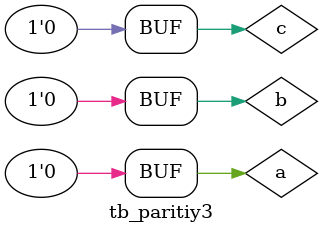
<source format=v>
/*--  *******************************************************
--  Computer Architecture Course, Laboratory Sources 
--  Amirkabir University of Technology (Tehran Polytechnic)
--  Department of Computer Engineering (CE-AUT)
--  https://ce[dot]aut[dot]ac[dot]ir
--  *******************************************************
--  All Rights reserved (C) 2019-2020
--  *******************************************************
--  Student ID  : 
--  Student Name: 
--  Student Mail: 
--  *******************************************************
--  Additional Comments:
--
--*/

/*-----------------------------------------------------------
---  Module Name: Paritiy Generator Testbench
---  Description: Lab 04 Part 3 and Part 4
-----------------------------------------------------------*/
`timescale 1 ns/1 ns


module tb_paritiy3 ();

reg a;
reg b;
reg c;
wire f_parity_gen;
wire f_parity_gen_sop;
	
	paritiy3_gen t_paritiy3_gen (
		.a(a),
		.b(b),
		.c(c),
		.f(f_parity_gen));

	paritiy3_gen_sop t_paritiy3_gen_sop (
		.a(a), 
		.b(b), 
		.c(c), 
		.f(f_parity_gen_sop));


	initial 
		begin
		a <= 1'b0;
		b <= 1'b0;
		c <= 1'b0;
		# 10;
		// write your code here
		
	end

endmodule

</source>
